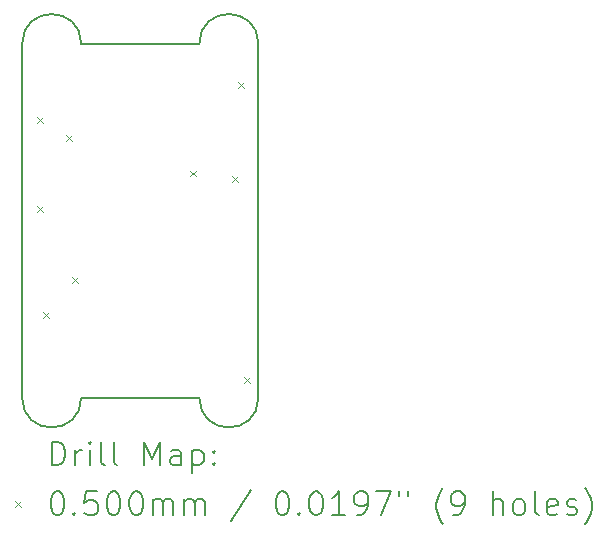
<source format=gbr>
%TF.GenerationSoftware,KiCad,Pcbnew,8.0.0*%
%TF.CreationDate,2024-05-26T00:19:16+03:00*%
%TF.ProjectId,pulsejen,70756c73-656a-4656-9e2e-6b696361645f,rev?*%
%TF.SameCoordinates,Original*%
%TF.FileFunction,Drillmap*%
%TF.FilePolarity,Positive*%
%FSLAX45Y45*%
G04 Gerber Fmt 4.5, Leading zero omitted, Abs format (unit mm)*
G04 Created by KiCad (PCBNEW 8.0.0) date 2024-05-26 00:19:16*
%MOMM*%
%LPD*%
G01*
G04 APERTURE LIST*
%ADD10C,0.200000*%
%ADD11C,0.100000*%
G04 APERTURE END LIST*
D10*
X13500000Y-11000000D02*
G75*
G02*
X13000000Y-11000000I-250000J0D01*
G01*
X15000000Y-11000000D02*
G75*
G02*
X14500000Y-11000000I-250000J0D01*
G01*
X14500000Y-8000000D02*
G75*
G02*
X15000000Y-8000000I250000J0D01*
G01*
X13000000Y-8000000D02*
G75*
G02*
X13500000Y-8000000I250000J0D01*
G01*
X15000000Y-11000000D02*
X15000000Y-8000000D01*
X13000000Y-8000000D02*
X13000000Y-11000000D01*
X14500000Y-8000000D02*
X13500000Y-8000000D01*
X13500000Y-11000000D02*
X14500000Y-11000000D01*
D11*
X13125000Y-8625000D02*
X13175000Y-8675000D01*
X13175000Y-8625000D02*
X13125000Y-8675000D01*
X13125000Y-9375000D02*
X13175000Y-9425000D01*
X13175000Y-9375000D02*
X13125000Y-9425000D01*
X13175000Y-10275000D02*
X13225000Y-10325000D01*
X13225000Y-10275000D02*
X13175000Y-10325000D01*
X13375000Y-8775000D02*
X13425000Y-8825000D01*
X13425000Y-8775000D02*
X13375000Y-8825000D01*
X13425000Y-9975000D02*
X13475000Y-10025000D01*
X13475000Y-9975000D02*
X13425000Y-10025000D01*
X14425000Y-9075000D02*
X14475000Y-9125000D01*
X14475000Y-9075000D02*
X14425000Y-9125000D01*
X14775000Y-9125000D02*
X14825000Y-9175000D01*
X14825000Y-9125000D02*
X14775000Y-9175000D01*
X14825000Y-8325000D02*
X14875000Y-8375000D01*
X14875000Y-8325000D02*
X14825000Y-8375000D01*
X14875000Y-10825000D02*
X14925000Y-10875000D01*
X14925000Y-10825000D02*
X14875000Y-10875000D01*
D10*
X13250777Y-11571484D02*
X13250777Y-11371484D01*
X13250777Y-11371484D02*
X13298396Y-11371484D01*
X13298396Y-11371484D02*
X13326967Y-11381008D01*
X13326967Y-11381008D02*
X13346015Y-11400055D01*
X13346015Y-11400055D02*
X13355539Y-11419103D01*
X13355539Y-11419103D02*
X13365062Y-11457198D01*
X13365062Y-11457198D02*
X13365062Y-11485769D01*
X13365062Y-11485769D02*
X13355539Y-11523865D01*
X13355539Y-11523865D02*
X13346015Y-11542912D01*
X13346015Y-11542912D02*
X13326967Y-11561960D01*
X13326967Y-11561960D02*
X13298396Y-11571484D01*
X13298396Y-11571484D02*
X13250777Y-11571484D01*
X13450777Y-11571484D02*
X13450777Y-11438150D01*
X13450777Y-11476246D02*
X13460301Y-11457198D01*
X13460301Y-11457198D02*
X13469824Y-11447674D01*
X13469824Y-11447674D02*
X13488872Y-11438150D01*
X13488872Y-11438150D02*
X13507920Y-11438150D01*
X13574586Y-11571484D02*
X13574586Y-11438150D01*
X13574586Y-11371484D02*
X13565062Y-11381008D01*
X13565062Y-11381008D02*
X13574586Y-11390531D01*
X13574586Y-11390531D02*
X13584110Y-11381008D01*
X13584110Y-11381008D02*
X13574586Y-11371484D01*
X13574586Y-11371484D02*
X13574586Y-11390531D01*
X13698396Y-11571484D02*
X13679348Y-11561960D01*
X13679348Y-11561960D02*
X13669824Y-11542912D01*
X13669824Y-11542912D02*
X13669824Y-11371484D01*
X13803158Y-11571484D02*
X13784110Y-11561960D01*
X13784110Y-11561960D02*
X13774586Y-11542912D01*
X13774586Y-11542912D02*
X13774586Y-11371484D01*
X14031729Y-11571484D02*
X14031729Y-11371484D01*
X14031729Y-11371484D02*
X14098396Y-11514341D01*
X14098396Y-11514341D02*
X14165062Y-11371484D01*
X14165062Y-11371484D02*
X14165062Y-11571484D01*
X14346015Y-11571484D02*
X14346015Y-11466722D01*
X14346015Y-11466722D02*
X14336491Y-11447674D01*
X14336491Y-11447674D02*
X14317443Y-11438150D01*
X14317443Y-11438150D02*
X14279348Y-11438150D01*
X14279348Y-11438150D02*
X14260301Y-11447674D01*
X14346015Y-11561960D02*
X14326967Y-11571484D01*
X14326967Y-11571484D02*
X14279348Y-11571484D01*
X14279348Y-11571484D02*
X14260301Y-11561960D01*
X14260301Y-11561960D02*
X14250777Y-11542912D01*
X14250777Y-11542912D02*
X14250777Y-11523865D01*
X14250777Y-11523865D02*
X14260301Y-11504817D01*
X14260301Y-11504817D02*
X14279348Y-11495293D01*
X14279348Y-11495293D02*
X14326967Y-11495293D01*
X14326967Y-11495293D02*
X14346015Y-11485769D01*
X14441253Y-11438150D02*
X14441253Y-11638150D01*
X14441253Y-11447674D02*
X14460301Y-11438150D01*
X14460301Y-11438150D02*
X14498396Y-11438150D01*
X14498396Y-11438150D02*
X14517443Y-11447674D01*
X14517443Y-11447674D02*
X14526967Y-11457198D01*
X14526967Y-11457198D02*
X14536491Y-11476246D01*
X14536491Y-11476246D02*
X14536491Y-11533388D01*
X14536491Y-11533388D02*
X14526967Y-11552436D01*
X14526967Y-11552436D02*
X14517443Y-11561960D01*
X14517443Y-11561960D02*
X14498396Y-11571484D01*
X14498396Y-11571484D02*
X14460301Y-11571484D01*
X14460301Y-11571484D02*
X14441253Y-11561960D01*
X14622205Y-11552436D02*
X14631729Y-11561960D01*
X14631729Y-11561960D02*
X14622205Y-11571484D01*
X14622205Y-11571484D02*
X14612682Y-11561960D01*
X14612682Y-11561960D02*
X14622205Y-11552436D01*
X14622205Y-11552436D02*
X14622205Y-11571484D01*
X14622205Y-11447674D02*
X14631729Y-11457198D01*
X14631729Y-11457198D02*
X14622205Y-11466722D01*
X14622205Y-11466722D02*
X14612682Y-11457198D01*
X14612682Y-11457198D02*
X14622205Y-11447674D01*
X14622205Y-11447674D02*
X14622205Y-11466722D01*
D11*
X12940000Y-11875000D02*
X12990000Y-11925000D01*
X12990000Y-11875000D02*
X12940000Y-11925000D01*
D10*
X13288872Y-11791484D02*
X13307920Y-11791484D01*
X13307920Y-11791484D02*
X13326967Y-11801008D01*
X13326967Y-11801008D02*
X13336491Y-11810531D01*
X13336491Y-11810531D02*
X13346015Y-11829579D01*
X13346015Y-11829579D02*
X13355539Y-11867674D01*
X13355539Y-11867674D02*
X13355539Y-11915293D01*
X13355539Y-11915293D02*
X13346015Y-11953388D01*
X13346015Y-11953388D02*
X13336491Y-11972436D01*
X13336491Y-11972436D02*
X13326967Y-11981960D01*
X13326967Y-11981960D02*
X13307920Y-11991484D01*
X13307920Y-11991484D02*
X13288872Y-11991484D01*
X13288872Y-11991484D02*
X13269824Y-11981960D01*
X13269824Y-11981960D02*
X13260301Y-11972436D01*
X13260301Y-11972436D02*
X13250777Y-11953388D01*
X13250777Y-11953388D02*
X13241253Y-11915293D01*
X13241253Y-11915293D02*
X13241253Y-11867674D01*
X13241253Y-11867674D02*
X13250777Y-11829579D01*
X13250777Y-11829579D02*
X13260301Y-11810531D01*
X13260301Y-11810531D02*
X13269824Y-11801008D01*
X13269824Y-11801008D02*
X13288872Y-11791484D01*
X13441253Y-11972436D02*
X13450777Y-11981960D01*
X13450777Y-11981960D02*
X13441253Y-11991484D01*
X13441253Y-11991484D02*
X13431729Y-11981960D01*
X13431729Y-11981960D02*
X13441253Y-11972436D01*
X13441253Y-11972436D02*
X13441253Y-11991484D01*
X13631729Y-11791484D02*
X13536491Y-11791484D01*
X13536491Y-11791484D02*
X13526967Y-11886722D01*
X13526967Y-11886722D02*
X13536491Y-11877198D01*
X13536491Y-11877198D02*
X13555539Y-11867674D01*
X13555539Y-11867674D02*
X13603158Y-11867674D01*
X13603158Y-11867674D02*
X13622205Y-11877198D01*
X13622205Y-11877198D02*
X13631729Y-11886722D01*
X13631729Y-11886722D02*
X13641253Y-11905769D01*
X13641253Y-11905769D02*
X13641253Y-11953388D01*
X13641253Y-11953388D02*
X13631729Y-11972436D01*
X13631729Y-11972436D02*
X13622205Y-11981960D01*
X13622205Y-11981960D02*
X13603158Y-11991484D01*
X13603158Y-11991484D02*
X13555539Y-11991484D01*
X13555539Y-11991484D02*
X13536491Y-11981960D01*
X13536491Y-11981960D02*
X13526967Y-11972436D01*
X13765062Y-11791484D02*
X13784110Y-11791484D01*
X13784110Y-11791484D02*
X13803158Y-11801008D01*
X13803158Y-11801008D02*
X13812682Y-11810531D01*
X13812682Y-11810531D02*
X13822205Y-11829579D01*
X13822205Y-11829579D02*
X13831729Y-11867674D01*
X13831729Y-11867674D02*
X13831729Y-11915293D01*
X13831729Y-11915293D02*
X13822205Y-11953388D01*
X13822205Y-11953388D02*
X13812682Y-11972436D01*
X13812682Y-11972436D02*
X13803158Y-11981960D01*
X13803158Y-11981960D02*
X13784110Y-11991484D01*
X13784110Y-11991484D02*
X13765062Y-11991484D01*
X13765062Y-11991484D02*
X13746015Y-11981960D01*
X13746015Y-11981960D02*
X13736491Y-11972436D01*
X13736491Y-11972436D02*
X13726967Y-11953388D01*
X13726967Y-11953388D02*
X13717443Y-11915293D01*
X13717443Y-11915293D02*
X13717443Y-11867674D01*
X13717443Y-11867674D02*
X13726967Y-11829579D01*
X13726967Y-11829579D02*
X13736491Y-11810531D01*
X13736491Y-11810531D02*
X13746015Y-11801008D01*
X13746015Y-11801008D02*
X13765062Y-11791484D01*
X13955539Y-11791484D02*
X13974586Y-11791484D01*
X13974586Y-11791484D02*
X13993634Y-11801008D01*
X13993634Y-11801008D02*
X14003158Y-11810531D01*
X14003158Y-11810531D02*
X14012682Y-11829579D01*
X14012682Y-11829579D02*
X14022205Y-11867674D01*
X14022205Y-11867674D02*
X14022205Y-11915293D01*
X14022205Y-11915293D02*
X14012682Y-11953388D01*
X14012682Y-11953388D02*
X14003158Y-11972436D01*
X14003158Y-11972436D02*
X13993634Y-11981960D01*
X13993634Y-11981960D02*
X13974586Y-11991484D01*
X13974586Y-11991484D02*
X13955539Y-11991484D01*
X13955539Y-11991484D02*
X13936491Y-11981960D01*
X13936491Y-11981960D02*
X13926967Y-11972436D01*
X13926967Y-11972436D02*
X13917443Y-11953388D01*
X13917443Y-11953388D02*
X13907920Y-11915293D01*
X13907920Y-11915293D02*
X13907920Y-11867674D01*
X13907920Y-11867674D02*
X13917443Y-11829579D01*
X13917443Y-11829579D02*
X13926967Y-11810531D01*
X13926967Y-11810531D02*
X13936491Y-11801008D01*
X13936491Y-11801008D02*
X13955539Y-11791484D01*
X14107920Y-11991484D02*
X14107920Y-11858150D01*
X14107920Y-11877198D02*
X14117443Y-11867674D01*
X14117443Y-11867674D02*
X14136491Y-11858150D01*
X14136491Y-11858150D02*
X14165063Y-11858150D01*
X14165063Y-11858150D02*
X14184110Y-11867674D01*
X14184110Y-11867674D02*
X14193634Y-11886722D01*
X14193634Y-11886722D02*
X14193634Y-11991484D01*
X14193634Y-11886722D02*
X14203158Y-11867674D01*
X14203158Y-11867674D02*
X14222205Y-11858150D01*
X14222205Y-11858150D02*
X14250777Y-11858150D01*
X14250777Y-11858150D02*
X14269824Y-11867674D01*
X14269824Y-11867674D02*
X14279348Y-11886722D01*
X14279348Y-11886722D02*
X14279348Y-11991484D01*
X14374586Y-11991484D02*
X14374586Y-11858150D01*
X14374586Y-11877198D02*
X14384110Y-11867674D01*
X14384110Y-11867674D02*
X14403158Y-11858150D01*
X14403158Y-11858150D02*
X14431729Y-11858150D01*
X14431729Y-11858150D02*
X14450777Y-11867674D01*
X14450777Y-11867674D02*
X14460301Y-11886722D01*
X14460301Y-11886722D02*
X14460301Y-11991484D01*
X14460301Y-11886722D02*
X14469824Y-11867674D01*
X14469824Y-11867674D02*
X14488872Y-11858150D01*
X14488872Y-11858150D02*
X14517443Y-11858150D01*
X14517443Y-11858150D02*
X14536491Y-11867674D01*
X14536491Y-11867674D02*
X14546015Y-11886722D01*
X14546015Y-11886722D02*
X14546015Y-11991484D01*
X14936491Y-11781960D02*
X14765063Y-12039103D01*
X15193634Y-11791484D02*
X15212682Y-11791484D01*
X15212682Y-11791484D02*
X15231729Y-11801008D01*
X15231729Y-11801008D02*
X15241253Y-11810531D01*
X15241253Y-11810531D02*
X15250777Y-11829579D01*
X15250777Y-11829579D02*
X15260301Y-11867674D01*
X15260301Y-11867674D02*
X15260301Y-11915293D01*
X15260301Y-11915293D02*
X15250777Y-11953388D01*
X15250777Y-11953388D02*
X15241253Y-11972436D01*
X15241253Y-11972436D02*
X15231729Y-11981960D01*
X15231729Y-11981960D02*
X15212682Y-11991484D01*
X15212682Y-11991484D02*
X15193634Y-11991484D01*
X15193634Y-11991484D02*
X15174586Y-11981960D01*
X15174586Y-11981960D02*
X15165063Y-11972436D01*
X15165063Y-11972436D02*
X15155539Y-11953388D01*
X15155539Y-11953388D02*
X15146015Y-11915293D01*
X15146015Y-11915293D02*
X15146015Y-11867674D01*
X15146015Y-11867674D02*
X15155539Y-11829579D01*
X15155539Y-11829579D02*
X15165063Y-11810531D01*
X15165063Y-11810531D02*
X15174586Y-11801008D01*
X15174586Y-11801008D02*
X15193634Y-11791484D01*
X15346015Y-11972436D02*
X15355539Y-11981960D01*
X15355539Y-11981960D02*
X15346015Y-11991484D01*
X15346015Y-11991484D02*
X15336491Y-11981960D01*
X15336491Y-11981960D02*
X15346015Y-11972436D01*
X15346015Y-11972436D02*
X15346015Y-11991484D01*
X15479348Y-11791484D02*
X15498396Y-11791484D01*
X15498396Y-11791484D02*
X15517444Y-11801008D01*
X15517444Y-11801008D02*
X15526967Y-11810531D01*
X15526967Y-11810531D02*
X15536491Y-11829579D01*
X15536491Y-11829579D02*
X15546015Y-11867674D01*
X15546015Y-11867674D02*
X15546015Y-11915293D01*
X15546015Y-11915293D02*
X15536491Y-11953388D01*
X15536491Y-11953388D02*
X15526967Y-11972436D01*
X15526967Y-11972436D02*
X15517444Y-11981960D01*
X15517444Y-11981960D02*
X15498396Y-11991484D01*
X15498396Y-11991484D02*
X15479348Y-11991484D01*
X15479348Y-11991484D02*
X15460301Y-11981960D01*
X15460301Y-11981960D02*
X15450777Y-11972436D01*
X15450777Y-11972436D02*
X15441253Y-11953388D01*
X15441253Y-11953388D02*
X15431729Y-11915293D01*
X15431729Y-11915293D02*
X15431729Y-11867674D01*
X15431729Y-11867674D02*
X15441253Y-11829579D01*
X15441253Y-11829579D02*
X15450777Y-11810531D01*
X15450777Y-11810531D02*
X15460301Y-11801008D01*
X15460301Y-11801008D02*
X15479348Y-11791484D01*
X15736491Y-11991484D02*
X15622206Y-11991484D01*
X15679348Y-11991484D02*
X15679348Y-11791484D01*
X15679348Y-11791484D02*
X15660301Y-11820055D01*
X15660301Y-11820055D02*
X15641253Y-11839103D01*
X15641253Y-11839103D02*
X15622206Y-11848627D01*
X15831729Y-11991484D02*
X15869825Y-11991484D01*
X15869825Y-11991484D02*
X15888872Y-11981960D01*
X15888872Y-11981960D02*
X15898396Y-11972436D01*
X15898396Y-11972436D02*
X15917444Y-11943865D01*
X15917444Y-11943865D02*
X15926967Y-11905769D01*
X15926967Y-11905769D02*
X15926967Y-11829579D01*
X15926967Y-11829579D02*
X15917444Y-11810531D01*
X15917444Y-11810531D02*
X15907920Y-11801008D01*
X15907920Y-11801008D02*
X15888872Y-11791484D01*
X15888872Y-11791484D02*
X15850777Y-11791484D01*
X15850777Y-11791484D02*
X15831729Y-11801008D01*
X15831729Y-11801008D02*
X15822206Y-11810531D01*
X15822206Y-11810531D02*
X15812682Y-11829579D01*
X15812682Y-11829579D02*
X15812682Y-11877198D01*
X15812682Y-11877198D02*
X15822206Y-11896246D01*
X15822206Y-11896246D02*
X15831729Y-11905769D01*
X15831729Y-11905769D02*
X15850777Y-11915293D01*
X15850777Y-11915293D02*
X15888872Y-11915293D01*
X15888872Y-11915293D02*
X15907920Y-11905769D01*
X15907920Y-11905769D02*
X15917444Y-11896246D01*
X15917444Y-11896246D02*
X15926967Y-11877198D01*
X15993634Y-11791484D02*
X16126967Y-11791484D01*
X16126967Y-11791484D02*
X16041253Y-11991484D01*
X16193634Y-11791484D02*
X16193634Y-11829579D01*
X16269825Y-11791484D02*
X16269825Y-11829579D01*
X16565063Y-12067674D02*
X16555539Y-12058150D01*
X16555539Y-12058150D02*
X16536491Y-12029579D01*
X16536491Y-12029579D02*
X16526968Y-12010531D01*
X16526968Y-12010531D02*
X16517444Y-11981960D01*
X16517444Y-11981960D02*
X16507920Y-11934341D01*
X16507920Y-11934341D02*
X16507920Y-11896246D01*
X16507920Y-11896246D02*
X16517444Y-11848627D01*
X16517444Y-11848627D02*
X16526968Y-11820055D01*
X16526968Y-11820055D02*
X16536491Y-11801008D01*
X16536491Y-11801008D02*
X16555539Y-11772436D01*
X16555539Y-11772436D02*
X16565063Y-11762912D01*
X16650777Y-11991484D02*
X16688872Y-11991484D01*
X16688872Y-11991484D02*
X16707920Y-11981960D01*
X16707920Y-11981960D02*
X16717444Y-11972436D01*
X16717444Y-11972436D02*
X16736491Y-11943865D01*
X16736491Y-11943865D02*
X16746015Y-11905769D01*
X16746015Y-11905769D02*
X16746015Y-11829579D01*
X16746015Y-11829579D02*
X16736491Y-11810531D01*
X16736491Y-11810531D02*
X16726968Y-11801008D01*
X16726968Y-11801008D02*
X16707920Y-11791484D01*
X16707920Y-11791484D02*
X16669825Y-11791484D01*
X16669825Y-11791484D02*
X16650777Y-11801008D01*
X16650777Y-11801008D02*
X16641253Y-11810531D01*
X16641253Y-11810531D02*
X16631729Y-11829579D01*
X16631729Y-11829579D02*
X16631729Y-11877198D01*
X16631729Y-11877198D02*
X16641253Y-11896246D01*
X16641253Y-11896246D02*
X16650777Y-11905769D01*
X16650777Y-11905769D02*
X16669825Y-11915293D01*
X16669825Y-11915293D02*
X16707920Y-11915293D01*
X16707920Y-11915293D02*
X16726968Y-11905769D01*
X16726968Y-11905769D02*
X16736491Y-11896246D01*
X16736491Y-11896246D02*
X16746015Y-11877198D01*
X16984111Y-11991484D02*
X16984111Y-11791484D01*
X17069825Y-11991484D02*
X17069825Y-11886722D01*
X17069825Y-11886722D02*
X17060301Y-11867674D01*
X17060301Y-11867674D02*
X17041253Y-11858150D01*
X17041253Y-11858150D02*
X17012682Y-11858150D01*
X17012682Y-11858150D02*
X16993634Y-11867674D01*
X16993634Y-11867674D02*
X16984111Y-11877198D01*
X17193634Y-11991484D02*
X17174587Y-11981960D01*
X17174587Y-11981960D02*
X17165063Y-11972436D01*
X17165063Y-11972436D02*
X17155539Y-11953388D01*
X17155539Y-11953388D02*
X17155539Y-11896246D01*
X17155539Y-11896246D02*
X17165063Y-11877198D01*
X17165063Y-11877198D02*
X17174587Y-11867674D01*
X17174587Y-11867674D02*
X17193634Y-11858150D01*
X17193634Y-11858150D02*
X17222206Y-11858150D01*
X17222206Y-11858150D02*
X17241253Y-11867674D01*
X17241253Y-11867674D02*
X17250777Y-11877198D01*
X17250777Y-11877198D02*
X17260301Y-11896246D01*
X17260301Y-11896246D02*
X17260301Y-11953388D01*
X17260301Y-11953388D02*
X17250777Y-11972436D01*
X17250777Y-11972436D02*
X17241253Y-11981960D01*
X17241253Y-11981960D02*
X17222206Y-11991484D01*
X17222206Y-11991484D02*
X17193634Y-11991484D01*
X17374587Y-11991484D02*
X17355539Y-11981960D01*
X17355539Y-11981960D02*
X17346015Y-11962912D01*
X17346015Y-11962912D02*
X17346015Y-11791484D01*
X17526968Y-11981960D02*
X17507920Y-11991484D01*
X17507920Y-11991484D02*
X17469825Y-11991484D01*
X17469825Y-11991484D02*
X17450777Y-11981960D01*
X17450777Y-11981960D02*
X17441253Y-11962912D01*
X17441253Y-11962912D02*
X17441253Y-11886722D01*
X17441253Y-11886722D02*
X17450777Y-11867674D01*
X17450777Y-11867674D02*
X17469825Y-11858150D01*
X17469825Y-11858150D02*
X17507920Y-11858150D01*
X17507920Y-11858150D02*
X17526968Y-11867674D01*
X17526968Y-11867674D02*
X17536492Y-11886722D01*
X17536492Y-11886722D02*
X17536492Y-11905769D01*
X17536492Y-11905769D02*
X17441253Y-11924817D01*
X17612682Y-11981960D02*
X17631730Y-11991484D01*
X17631730Y-11991484D02*
X17669825Y-11991484D01*
X17669825Y-11991484D02*
X17688873Y-11981960D01*
X17688873Y-11981960D02*
X17698396Y-11962912D01*
X17698396Y-11962912D02*
X17698396Y-11953388D01*
X17698396Y-11953388D02*
X17688873Y-11934341D01*
X17688873Y-11934341D02*
X17669825Y-11924817D01*
X17669825Y-11924817D02*
X17641253Y-11924817D01*
X17641253Y-11924817D02*
X17622206Y-11915293D01*
X17622206Y-11915293D02*
X17612682Y-11896246D01*
X17612682Y-11896246D02*
X17612682Y-11886722D01*
X17612682Y-11886722D02*
X17622206Y-11867674D01*
X17622206Y-11867674D02*
X17641253Y-11858150D01*
X17641253Y-11858150D02*
X17669825Y-11858150D01*
X17669825Y-11858150D02*
X17688873Y-11867674D01*
X17765063Y-12067674D02*
X17774587Y-12058150D01*
X17774587Y-12058150D02*
X17793634Y-12029579D01*
X17793634Y-12029579D02*
X17803158Y-12010531D01*
X17803158Y-12010531D02*
X17812682Y-11981960D01*
X17812682Y-11981960D02*
X17822206Y-11934341D01*
X17822206Y-11934341D02*
X17822206Y-11896246D01*
X17822206Y-11896246D02*
X17812682Y-11848627D01*
X17812682Y-11848627D02*
X17803158Y-11820055D01*
X17803158Y-11820055D02*
X17793634Y-11801008D01*
X17793634Y-11801008D02*
X17774587Y-11772436D01*
X17774587Y-11772436D02*
X17765063Y-11762912D01*
M02*

</source>
